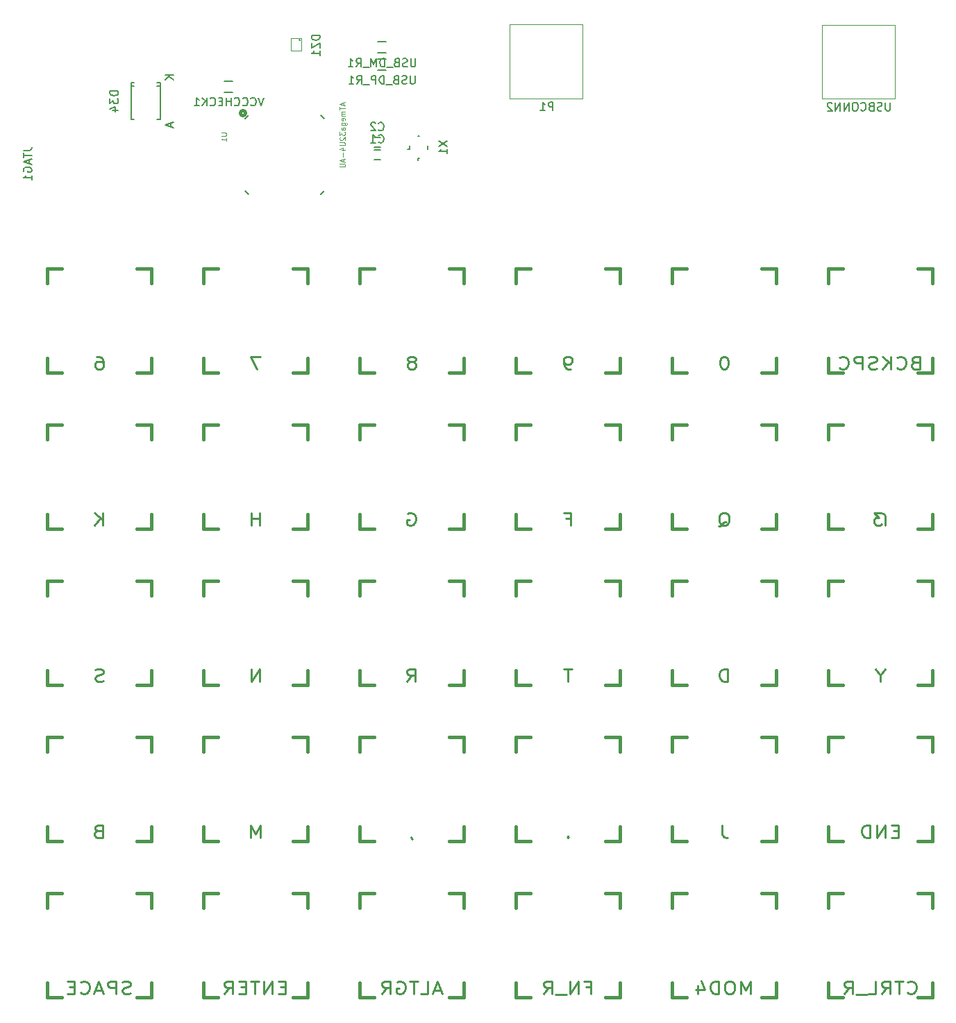
<source format=gbo>
G04 #@! TF.FileFunction,Legend,Bot*
%FSLAX46Y46*%
G04 Gerber Fmt 4.6, Leading zero omitted, Abs format (unit mm)*
G04 Created by KiCad (PCBNEW 4.0.3-stable) date 08/13/16 00:05:14*
%MOMM*%
%LPD*%
G01*
G04 APERTURE LIST*
%ADD10C,0.100000*%
%ADD11C,0.203200*%
%ADD12C,0.406400*%
%ADD13C,0.381000*%
%ADD14C,0.150000*%
%ADD15C,0.050000*%
%ADD16C,0.254000*%
G04 APERTURE END LIST*
D10*
D11*
X50089949Y-23502295D02*
X49689949Y-23902295D01*
X49689949Y-32702295D02*
X50089949Y-33102295D01*
X58889949Y-33102295D02*
X59289949Y-32702295D01*
X59289949Y-23902295D02*
X58889949Y-23502295D01*
D12*
X49727449Y-23222295D02*
G75*
G03X49727449Y-23222295I-317500J0D01*
G01*
D13*
X25499354Y-118368500D02*
X27277354Y-118368500D01*
X36421354Y-118368500D02*
X38199354Y-118368500D01*
X38199354Y-118368500D02*
X38199354Y-120146500D01*
X38199354Y-129290500D02*
X38199354Y-131068500D01*
X38199354Y-131068500D02*
X36421354Y-131068500D01*
X27277354Y-131068500D02*
X25499354Y-131068500D01*
X25499354Y-131068500D02*
X25499354Y-129290500D01*
X25499354Y-120146500D02*
X25499354Y-118368500D01*
X44549435Y-118368500D02*
X46327435Y-118368500D01*
X55471435Y-118368500D02*
X57249435Y-118368500D01*
X57249435Y-118368500D02*
X57249435Y-120146500D01*
X57249435Y-129290500D02*
X57249435Y-131068500D01*
X57249435Y-131068500D02*
X55471435Y-131068500D01*
X46327435Y-131068500D02*
X44549435Y-131068500D01*
X44549435Y-131068500D02*
X44549435Y-129290500D01*
X44549435Y-120146500D02*
X44549435Y-118368500D01*
X63599517Y-118368500D02*
X65377517Y-118368500D01*
X74521517Y-118368500D02*
X76299517Y-118368500D01*
X76299517Y-118368500D02*
X76299517Y-120146500D01*
X76299517Y-129290500D02*
X76299517Y-131068500D01*
X76299517Y-131068500D02*
X74521517Y-131068500D01*
X65377517Y-131068500D02*
X63599517Y-131068500D01*
X63599517Y-131068500D02*
X63599517Y-129290500D01*
X63599517Y-120146500D02*
X63599517Y-118368500D01*
X82649598Y-118368500D02*
X84427598Y-118368500D01*
X93571598Y-118368500D02*
X95349598Y-118368500D01*
X95349598Y-118368500D02*
X95349598Y-120146500D01*
X95349598Y-129290500D02*
X95349598Y-131068500D01*
X95349598Y-131068500D02*
X93571598Y-131068500D01*
X84427598Y-131068500D02*
X82649598Y-131068500D01*
X82649598Y-131068500D02*
X82649598Y-129290500D01*
X82649598Y-120146500D02*
X82649598Y-118368500D01*
X101699679Y-118368500D02*
X103477679Y-118368500D01*
X112621679Y-118368500D02*
X114399679Y-118368500D01*
X114399679Y-118368500D02*
X114399679Y-120146500D01*
X114399679Y-129290500D02*
X114399679Y-131068500D01*
X114399679Y-131068500D02*
X112621679Y-131068500D01*
X103477679Y-131068500D02*
X101699679Y-131068500D01*
X101699679Y-131068500D02*
X101699679Y-129290500D01*
X101699679Y-120146500D02*
X101699679Y-118368500D01*
X25499354Y-99318419D02*
X27277354Y-99318419D01*
X36421354Y-99318419D02*
X38199354Y-99318419D01*
X38199354Y-99318419D02*
X38199354Y-101096419D01*
X38199354Y-110240419D02*
X38199354Y-112018419D01*
X38199354Y-112018419D02*
X36421354Y-112018419D01*
X27277354Y-112018419D02*
X25499354Y-112018419D01*
X25499354Y-112018419D02*
X25499354Y-110240419D01*
X25499354Y-101096419D02*
X25499354Y-99318419D01*
X44549435Y-99318419D02*
X46327435Y-99318419D01*
X55471435Y-99318419D02*
X57249435Y-99318419D01*
X57249435Y-99318419D02*
X57249435Y-101096419D01*
X57249435Y-110240419D02*
X57249435Y-112018419D01*
X57249435Y-112018419D02*
X55471435Y-112018419D01*
X46327435Y-112018419D02*
X44549435Y-112018419D01*
X44549435Y-112018419D02*
X44549435Y-110240419D01*
X44549435Y-101096419D02*
X44549435Y-99318419D01*
X63599517Y-99318419D02*
X65377517Y-99318419D01*
X74521517Y-99318419D02*
X76299517Y-99318419D01*
X76299517Y-99318419D02*
X76299517Y-101096419D01*
X76299517Y-110240419D02*
X76299517Y-112018419D01*
X76299517Y-112018419D02*
X74521517Y-112018419D01*
X65377517Y-112018419D02*
X63599517Y-112018419D01*
X63599517Y-112018419D02*
X63599517Y-110240419D01*
X63599517Y-101096419D02*
X63599517Y-99318419D01*
X82649598Y-99318419D02*
X84427598Y-99318419D01*
X93571598Y-99318419D02*
X95349598Y-99318419D01*
X95349598Y-99318419D02*
X95349598Y-101096419D01*
X95349598Y-110240419D02*
X95349598Y-112018419D01*
X95349598Y-112018419D02*
X93571598Y-112018419D01*
X84427598Y-112018419D02*
X82649598Y-112018419D01*
X82649598Y-112018419D02*
X82649598Y-110240419D01*
X82649598Y-101096419D02*
X82649598Y-99318419D01*
X101699679Y-99318419D02*
X103477679Y-99318419D01*
X112621679Y-99318419D02*
X114399679Y-99318419D01*
X114399679Y-99318419D02*
X114399679Y-101096419D01*
X114399679Y-110240419D02*
X114399679Y-112018419D01*
X114399679Y-112018419D02*
X112621679Y-112018419D01*
X103477679Y-112018419D02*
X101699679Y-112018419D01*
X101699679Y-112018419D02*
X101699679Y-110240419D01*
X101699679Y-101096419D02*
X101699679Y-99318419D01*
X25499354Y-80268338D02*
X27277354Y-80268338D01*
X36421354Y-80268338D02*
X38199354Y-80268338D01*
X38199354Y-80268338D02*
X38199354Y-82046338D01*
X38199354Y-91190338D02*
X38199354Y-92968338D01*
X38199354Y-92968338D02*
X36421354Y-92968338D01*
X27277354Y-92968338D02*
X25499354Y-92968338D01*
X25499354Y-92968338D02*
X25499354Y-91190338D01*
X25499354Y-82046338D02*
X25499354Y-80268338D01*
X44549435Y-80268338D02*
X46327435Y-80268338D01*
X55471435Y-80268338D02*
X57249435Y-80268338D01*
X57249435Y-80268338D02*
X57249435Y-82046338D01*
X57249435Y-91190338D02*
X57249435Y-92968338D01*
X57249435Y-92968338D02*
X55471435Y-92968338D01*
X46327435Y-92968338D02*
X44549435Y-92968338D01*
X44549435Y-92968338D02*
X44549435Y-91190338D01*
X44549435Y-82046338D02*
X44549435Y-80268338D01*
X63599517Y-80268338D02*
X65377517Y-80268338D01*
X74521517Y-80268338D02*
X76299517Y-80268338D01*
X76299517Y-80268338D02*
X76299517Y-82046338D01*
X76299517Y-91190338D02*
X76299517Y-92968338D01*
X76299517Y-92968338D02*
X74521517Y-92968338D01*
X65377517Y-92968338D02*
X63599517Y-92968338D01*
X63599517Y-92968338D02*
X63599517Y-91190338D01*
X63599517Y-82046338D02*
X63599517Y-80268338D01*
X82649598Y-80268338D02*
X84427598Y-80268338D01*
X93571598Y-80268338D02*
X95349598Y-80268338D01*
X95349598Y-80268338D02*
X95349598Y-82046338D01*
X95349598Y-91190338D02*
X95349598Y-92968338D01*
X95349598Y-92968338D02*
X93571598Y-92968338D01*
X84427598Y-92968338D02*
X82649598Y-92968338D01*
X82649598Y-92968338D02*
X82649598Y-91190338D01*
X82649598Y-82046338D02*
X82649598Y-80268338D01*
X101699679Y-80268338D02*
X103477679Y-80268338D01*
X112621679Y-80268338D02*
X114399679Y-80268338D01*
X114399679Y-80268338D02*
X114399679Y-82046338D01*
X114399679Y-91190338D02*
X114399679Y-92968338D01*
X114399679Y-92968338D02*
X112621679Y-92968338D01*
X103477679Y-92968338D02*
X101699679Y-92968338D01*
X101699679Y-92968338D02*
X101699679Y-91190338D01*
X101699679Y-82046338D02*
X101699679Y-80268338D01*
X25499354Y-61218257D02*
X27277354Y-61218257D01*
X36421354Y-61218257D02*
X38199354Y-61218257D01*
X38199354Y-61218257D02*
X38199354Y-62996257D01*
X38199354Y-72140257D02*
X38199354Y-73918257D01*
X38199354Y-73918257D02*
X36421354Y-73918257D01*
X27277354Y-73918257D02*
X25499354Y-73918257D01*
X25499354Y-73918257D02*
X25499354Y-72140257D01*
X25499354Y-62996257D02*
X25499354Y-61218257D01*
X44549435Y-61218257D02*
X46327435Y-61218257D01*
X55471435Y-61218257D02*
X57249435Y-61218257D01*
X57249435Y-61218257D02*
X57249435Y-62996257D01*
X57249435Y-72140257D02*
X57249435Y-73918257D01*
X57249435Y-73918257D02*
X55471435Y-73918257D01*
X46327435Y-73918257D02*
X44549435Y-73918257D01*
X44549435Y-73918257D02*
X44549435Y-72140257D01*
X44549435Y-62996257D02*
X44549435Y-61218257D01*
X63599517Y-61218257D02*
X65377517Y-61218257D01*
X74521517Y-61218257D02*
X76299517Y-61218257D01*
X76299517Y-61218257D02*
X76299517Y-62996257D01*
X76299517Y-72140257D02*
X76299517Y-73918257D01*
X76299517Y-73918257D02*
X74521517Y-73918257D01*
X65377517Y-73918257D02*
X63599517Y-73918257D01*
X63599517Y-73918257D02*
X63599517Y-72140257D01*
X63599517Y-62996257D02*
X63599517Y-61218257D01*
X82649598Y-61218257D02*
X84427598Y-61218257D01*
X93571598Y-61218257D02*
X95349598Y-61218257D01*
X95349598Y-61218257D02*
X95349598Y-62996257D01*
X95349598Y-72140257D02*
X95349598Y-73918257D01*
X95349598Y-73918257D02*
X93571598Y-73918257D01*
X84427598Y-73918257D02*
X82649598Y-73918257D01*
X82649598Y-73918257D02*
X82649598Y-72140257D01*
X82649598Y-62996257D02*
X82649598Y-61218257D01*
X101699679Y-61218257D02*
X103477679Y-61218257D01*
X112621679Y-61218257D02*
X114399679Y-61218257D01*
X114399679Y-61218257D02*
X114399679Y-62996257D01*
X114399679Y-72140257D02*
X114399679Y-73918257D01*
X114399679Y-73918257D02*
X112621679Y-73918257D01*
X103477679Y-73918257D02*
X101699679Y-73918257D01*
X101699679Y-73918257D02*
X101699679Y-72140257D01*
X101699679Y-62996257D02*
X101699679Y-61218257D01*
X25499354Y-42168175D02*
X27277354Y-42168175D01*
X36421354Y-42168175D02*
X38199354Y-42168175D01*
X38199354Y-42168175D02*
X38199354Y-43946175D01*
X38199354Y-53090175D02*
X38199354Y-54868175D01*
X38199354Y-54868175D02*
X36421354Y-54868175D01*
X27277354Y-54868175D02*
X25499354Y-54868175D01*
X25499354Y-54868175D02*
X25499354Y-53090175D01*
X25499354Y-43946175D02*
X25499354Y-42168175D01*
X44549435Y-42168175D02*
X46327435Y-42168175D01*
X55471435Y-42168175D02*
X57249435Y-42168175D01*
X57249435Y-42168175D02*
X57249435Y-43946175D01*
X57249435Y-53090175D02*
X57249435Y-54868175D01*
X57249435Y-54868175D02*
X55471435Y-54868175D01*
X46327435Y-54868175D02*
X44549435Y-54868175D01*
X44549435Y-54868175D02*
X44549435Y-53090175D01*
X44549435Y-43946175D02*
X44549435Y-42168175D01*
X63599517Y-42168175D02*
X65377517Y-42168175D01*
X74521517Y-42168175D02*
X76299517Y-42168175D01*
X76299517Y-42168175D02*
X76299517Y-43946175D01*
X76299517Y-53090175D02*
X76299517Y-54868175D01*
X76299517Y-54868175D02*
X74521517Y-54868175D01*
X65377517Y-54868175D02*
X63599517Y-54868175D01*
X63599517Y-54868175D02*
X63599517Y-53090175D01*
X63599517Y-43946175D02*
X63599517Y-42168175D01*
X82649598Y-42168175D02*
X84427598Y-42168175D01*
X93571598Y-42168175D02*
X95349598Y-42168175D01*
X95349598Y-42168175D02*
X95349598Y-43946175D01*
X95349598Y-53090175D02*
X95349598Y-54868175D01*
X95349598Y-54868175D02*
X93571598Y-54868175D01*
X84427598Y-54868175D02*
X82649598Y-54868175D01*
X82649598Y-54868175D02*
X82649598Y-53090175D01*
X82649598Y-43946175D02*
X82649598Y-42168175D01*
X101699679Y-42168175D02*
X103477679Y-42168175D01*
X112621679Y-42168175D02*
X114399679Y-42168175D01*
X114399679Y-42168175D02*
X114399679Y-43946175D01*
X114399679Y-53090175D02*
X114399679Y-54868175D01*
X114399679Y-54868175D02*
X112621679Y-54868175D01*
X103477679Y-54868175D02*
X101699679Y-54868175D01*
X101699679Y-54868175D02*
X101699679Y-53090175D01*
X101699679Y-43946175D02*
X101699679Y-42168175D01*
X120749761Y-118368500D02*
X122527761Y-118368500D01*
X131671761Y-118368500D02*
X133449761Y-118368500D01*
X133449761Y-118368500D02*
X133449761Y-120146500D01*
X133449761Y-129290500D02*
X133449761Y-131068500D01*
X133449761Y-131068500D02*
X131671761Y-131068500D01*
X122527761Y-131068500D02*
X120749761Y-131068500D01*
X120749761Y-131068500D02*
X120749761Y-129290500D01*
X120749761Y-120146500D02*
X120749761Y-118368500D01*
X120749761Y-99318419D02*
X122527761Y-99318419D01*
X131671761Y-99318419D02*
X133449761Y-99318419D01*
X133449761Y-99318419D02*
X133449761Y-101096419D01*
X133449761Y-110240419D02*
X133449761Y-112018419D01*
X133449761Y-112018419D02*
X131671761Y-112018419D01*
X122527761Y-112018419D02*
X120749761Y-112018419D01*
X120749761Y-112018419D02*
X120749761Y-110240419D01*
X120749761Y-101096419D02*
X120749761Y-99318419D01*
X120749761Y-80268338D02*
X122527761Y-80268338D01*
X131671761Y-80268338D02*
X133449761Y-80268338D01*
X133449761Y-80268338D02*
X133449761Y-82046338D01*
X133449761Y-91190338D02*
X133449761Y-92968338D01*
X133449761Y-92968338D02*
X131671761Y-92968338D01*
X122527761Y-92968338D02*
X120749761Y-92968338D01*
X120749761Y-92968338D02*
X120749761Y-91190338D01*
X120749761Y-82046338D02*
X120749761Y-80268338D01*
X120749761Y-61218257D02*
X122527761Y-61218257D01*
X131671761Y-61218257D02*
X133449761Y-61218257D01*
X133449761Y-61218257D02*
X133449761Y-62996257D01*
X133449761Y-72140257D02*
X133449761Y-73918257D01*
X133449761Y-73918257D02*
X131671761Y-73918257D01*
X122527761Y-73918257D02*
X120749761Y-73918257D01*
X120749761Y-73918257D02*
X120749761Y-72140257D01*
X120749761Y-62996257D02*
X120749761Y-61218257D01*
X120749761Y-42168175D02*
X122527761Y-42168175D01*
X131671761Y-42168175D02*
X133449761Y-42168175D01*
X133449761Y-42168175D02*
X133449761Y-43946175D01*
X133449761Y-53090175D02*
X133449761Y-54868175D01*
X133449761Y-54868175D02*
X131671761Y-54868175D01*
X122527761Y-54868175D02*
X120749761Y-54868175D01*
X120749761Y-54868175D02*
X120749761Y-53090175D01*
X120749761Y-43946175D02*
X120749761Y-42168175D01*
D14*
X70734849Y-28760755D02*
X70734849Y-29010755D01*
X69734849Y-27610755D02*
X69434849Y-27610755D01*
X69734849Y-27210755D02*
X69734849Y-27610755D01*
X71934849Y-27610755D02*
X71934849Y-27210755D01*
X70734849Y-26060755D02*
X70934849Y-26060755D01*
X70734849Y-28760755D02*
X70934849Y-28760755D01*
D15*
X56431643Y-14309000D02*
G75*
G03X56431643Y-14309000I-111803J0D01*
G01*
X55219840Y-14109000D02*
X56519840Y-14109000D01*
X56519840Y-14109000D02*
X56519840Y-15609000D01*
X56519840Y-15609000D02*
X55219840Y-15609000D01*
X55219840Y-15609000D02*
X55219840Y-14109000D01*
X81945560Y-21420600D02*
X90845560Y-21420600D01*
X90845560Y-12420600D02*
X90845560Y-21420600D01*
X81945560Y-12420600D02*
X81945560Y-21420600D01*
X90845560Y-12420600D02*
X81945560Y-12420600D01*
X120010000Y-21446000D02*
X128910000Y-21446000D01*
X128910000Y-12446000D02*
X128910000Y-21446000D01*
X120010000Y-12446000D02*
X120010000Y-21446000D01*
X128910000Y-12446000D02*
X120010000Y-12446000D01*
D14*
X66132789Y-27702295D02*
X65432789Y-27702295D01*
X65432789Y-28902295D02*
X66132789Y-28902295D01*
X66132789Y-26216395D02*
X65432789Y-26216395D01*
X65432789Y-27416395D02*
X66132789Y-27416395D01*
X39300749Y-19965195D02*
X38950229Y-19965195D01*
X35800629Y-19965195D02*
X36151149Y-19965195D01*
X39300749Y-24014775D02*
X38950229Y-24014775D01*
X39300749Y-19513895D02*
X38950229Y-19513895D01*
X35800629Y-19513895D02*
X36151149Y-19513895D01*
X35800629Y-24014775D02*
X36151149Y-24014775D01*
X39300749Y-19513895D02*
X39300749Y-24014775D01*
X35800629Y-19513895D02*
X35800629Y-24014775D01*
X66877149Y-14551375D02*
X65877149Y-14551375D01*
X65877149Y-15901375D02*
X66877149Y-15901375D01*
X66877149Y-16631635D02*
X65877149Y-16631635D01*
X65877149Y-17981635D02*
X66877149Y-17981635D01*
X48154809Y-19306255D02*
X47154809Y-19306255D01*
X47154809Y-20656255D02*
X48154809Y-20656255D01*
D15*
X46748073Y-25630276D02*
X47266168Y-25630276D01*
X47327120Y-25660752D01*
X47357597Y-25691228D01*
X47388073Y-25752181D01*
X47388073Y-25874085D01*
X47357597Y-25935038D01*
X47327120Y-25965514D01*
X47266168Y-25995990D01*
X46748073Y-25995990D01*
X47388073Y-26635990D02*
X47388073Y-26270276D01*
X47388073Y-26453133D02*
X46748073Y-26453133D01*
X46839501Y-26392181D01*
X46900454Y-26331228D01*
X46930930Y-26270276D01*
X61675316Y-21957867D02*
X61675316Y-22262629D01*
X61858173Y-21896914D02*
X61218173Y-22110248D01*
X61858173Y-22323581D01*
X61218173Y-22445485D02*
X61218173Y-22811200D01*
X61858173Y-22628343D02*
X61218173Y-22628343D01*
X61858173Y-23024533D02*
X61431506Y-23024533D01*
X61492459Y-23024533D02*
X61461982Y-23055009D01*
X61431506Y-23115962D01*
X61431506Y-23207390D01*
X61461982Y-23268342D01*
X61522935Y-23298819D01*
X61858173Y-23298819D01*
X61522935Y-23298819D02*
X61461982Y-23329295D01*
X61431506Y-23390247D01*
X61431506Y-23481676D01*
X61461982Y-23542628D01*
X61522935Y-23573104D01*
X61858173Y-23573104D01*
X61827697Y-24121675D02*
X61858173Y-24060723D01*
X61858173Y-23938818D01*
X61827697Y-23877866D01*
X61766744Y-23847390D01*
X61522935Y-23847390D01*
X61461982Y-23877866D01*
X61431506Y-23938818D01*
X61431506Y-24060723D01*
X61461982Y-24121675D01*
X61522935Y-24152152D01*
X61583887Y-24152152D01*
X61644839Y-23847390D01*
X61431506Y-24700723D02*
X61949601Y-24700723D01*
X62010554Y-24670246D01*
X62041030Y-24639770D01*
X62071506Y-24578818D01*
X62071506Y-24487389D01*
X62041030Y-24426437D01*
X61827697Y-24700723D02*
X61858173Y-24639770D01*
X61858173Y-24517866D01*
X61827697Y-24456913D01*
X61797220Y-24426437D01*
X61736268Y-24395961D01*
X61553411Y-24395961D01*
X61492459Y-24426437D01*
X61461982Y-24456913D01*
X61431506Y-24517866D01*
X61431506Y-24639770D01*
X61461982Y-24700723D01*
X61858173Y-25279771D02*
X61522935Y-25279771D01*
X61461982Y-25249294D01*
X61431506Y-25188342D01*
X61431506Y-25066437D01*
X61461982Y-25005485D01*
X61827697Y-25279771D02*
X61858173Y-25218818D01*
X61858173Y-25066437D01*
X61827697Y-25005485D01*
X61766744Y-24975009D01*
X61705792Y-24975009D01*
X61644839Y-25005485D01*
X61614363Y-25066437D01*
X61614363Y-25218818D01*
X61583887Y-25279771D01*
X61218173Y-25523581D02*
X61218173Y-25919771D01*
X61461982Y-25706438D01*
X61461982Y-25797866D01*
X61492459Y-25858819D01*
X61522935Y-25889295D01*
X61583887Y-25919771D01*
X61736268Y-25919771D01*
X61797220Y-25889295D01*
X61827697Y-25858819D01*
X61858173Y-25797866D01*
X61858173Y-25615009D01*
X61827697Y-25554057D01*
X61797220Y-25523581D01*
X61279125Y-26163581D02*
X61248649Y-26194057D01*
X61218173Y-26255009D01*
X61218173Y-26407390D01*
X61248649Y-26468343D01*
X61279125Y-26498819D01*
X61340078Y-26529295D01*
X61401030Y-26529295D01*
X61492459Y-26498819D01*
X61858173Y-26133105D01*
X61858173Y-26529295D01*
X61218173Y-26803581D02*
X61736268Y-26803581D01*
X61797220Y-26834057D01*
X61827697Y-26864533D01*
X61858173Y-26925486D01*
X61858173Y-27047390D01*
X61827697Y-27108343D01*
X61797220Y-27138819D01*
X61736268Y-27169295D01*
X61218173Y-27169295D01*
X61431506Y-27748343D02*
X61858173Y-27748343D01*
X61187697Y-27595962D02*
X61644839Y-27443581D01*
X61644839Y-27839771D01*
X61614363Y-28083581D02*
X61614363Y-28571200D01*
X61675316Y-28845486D02*
X61675316Y-29150248D01*
X61858173Y-28784533D02*
X61218173Y-28997867D01*
X61858173Y-29211200D01*
X61218173Y-29424533D02*
X61736268Y-29424533D01*
X61797220Y-29455009D01*
X61827697Y-29485485D01*
X61858173Y-29546438D01*
X61858173Y-29668342D01*
X61827697Y-29729295D01*
X61797220Y-29759771D01*
X61736268Y-29790247D01*
X61218173Y-29790247D01*
D16*
X35706767Y-130577917D02*
X35452767Y-130650489D01*
X35029434Y-130650489D01*
X34860101Y-130577917D01*
X34775434Y-130505346D01*
X34690767Y-130360203D01*
X34690767Y-130215060D01*
X34775434Y-130069917D01*
X34860101Y-129997346D01*
X35029434Y-129924774D01*
X35368101Y-129852203D01*
X35537434Y-129779631D01*
X35622101Y-129707060D01*
X35706767Y-129561917D01*
X35706767Y-129416774D01*
X35622101Y-129271631D01*
X35537434Y-129199060D01*
X35368101Y-129126489D01*
X34944767Y-129126489D01*
X34690767Y-129199060D01*
X33928768Y-130650489D02*
X33928768Y-129126489D01*
X33251434Y-129126489D01*
X33082101Y-129199060D01*
X32997434Y-129271631D01*
X32912768Y-129416774D01*
X32912768Y-129634489D01*
X32997434Y-129779631D01*
X33082101Y-129852203D01*
X33251434Y-129924774D01*
X33928768Y-129924774D01*
X32235434Y-130215060D02*
X31388768Y-130215060D01*
X32404768Y-130650489D02*
X31812101Y-129126489D01*
X31219434Y-130650489D01*
X29610768Y-130505346D02*
X29695434Y-130577917D01*
X29949434Y-130650489D01*
X30118768Y-130650489D01*
X30372768Y-130577917D01*
X30542101Y-130432774D01*
X30626768Y-130287631D01*
X30711434Y-129997346D01*
X30711434Y-129779631D01*
X30626768Y-129489346D01*
X30542101Y-129344203D01*
X30372768Y-129199060D01*
X30118768Y-129126489D01*
X29949434Y-129126489D01*
X29695434Y-129199060D01*
X29610768Y-129271631D01*
X28848768Y-129852203D02*
X28256101Y-129852203D01*
X28002101Y-130650489D02*
X28848768Y-130650489D01*
X28848768Y-129126489D01*
X28002101Y-129126489D01*
X54587516Y-129852203D02*
X53994849Y-129852203D01*
X53740849Y-130650489D02*
X54587516Y-130650489D01*
X54587516Y-129126489D01*
X53740849Y-129126489D01*
X52978849Y-130650489D02*
X52978849Y-129126489D01*
X51962849Y-130650489D01*
X51962849Y-129126489D01*
X51370182Y-129126489D02*
X50354182Y-129126489D01*
X50862182Y-130650489D02*
X50862182Y-129126489D01*
X49761515Y-129852203D02*
X49168848Y-129852203D01*
X48914848Y-130650489D02*
X49761515Y-130650489D01*
X49761515Y-129126489D01*
X48914848Y-129126489D01*
X47136848Y-130650489D02*
X47729514Y-129924774D01*
X48152848Y-130650489D02*
X48152848Y-129126489D01*
X47475514Y-129126489D01*
X47306181Y-129199060D01*
X47221514Y-129271631D01*
X47136848Y-129416774D01*
X47136848Y-129634489D01*
X47221514Y-129779631D01*
X47306181Y-129852203D01*
X47475514Y-129924774D01*
X48152848Y-129924774D01*
X73552930Y-130215060D02*
X72706264Y-130215060D01*
X73722264Y-130650489D02*
X73129597Y-129126489D01*
X72536930Y-130650489D01*
X71097597Y-130650489D02*
X71944264Y-130650489D01*
X71944264Y-129126489D01*
X70758931Y-129126489D02*
X69742931Y-129126489D01*
X70250931Y-130650489D02*
X70250931Y-129126489D01*
X68218930Y-129199060D02*
X68388264Y-129126489D01*
X68642264Y-129126489D01*
X68896264Y-129199060D01*
X69065597Y-129344203D01*
X69150264Y-129489346D01*
X69234930Y-129779631D01*
X69234930Y-129997346D01*
X69150264Y-130287631D01*
X69065597Y-130432774D01*
X68896264Y-130577917D01*
X68642264Y-130650489D01*
X68472930Y-130650489D01*
X68218930Y-130577917D01*
X68134264Y-130505346D01*
X68134264Y-129997346D01*
X68472930Y-129997346D01*
X66356264Y-130650489D02*
X66948930Y-129924774D01*
X67372264Y-130650489D02*
X67372264Y-129126489D01*
X66694930Y-129126489D01*
X66525597Y-129199060D01*
X66440930Y-129271631D01*
X66356264Y-129416774D01*
X66356264Y-129634489D01*
X66440930Y-129779631D01*
X66525597Y-129852203D01*
X66694930Y-129924774D01*
X67372264Y-129924774D01*
X91248345Y-129852203D02*
X91841012Y-129852203D01*
X91841012Y-130650489D02*
X91841012Y-129126489D01*
X90994345Y-129126489D01*
X90317012Y-130650489D02*
X90317012Y-129126489D01*
X89301012Y-130650489D01*
X89301012Y-129126489D01*
X88877678Y-130795631D02*
X87523011Y-130795631D01*
X86083678Y-130650489D02*
X86676344Y-129924774D01*
X87099678Y-130650489D02*
X87099678Y-129126489D01*
X86422344Y-129126489D01*
X86253011Y-129199060D01*
X86168344Y-129271631D01*
X86083678Y-129416774D01*
X86083678Y-129634489D01*
X86168344Y-129779631D01*
X86253011Y-129852203D01*
X86422344Y-129924774D01*
X87099678Y-129924774D01*
X111314426Y-130650489D02*
X111314426Y-129126489D01*
X110721759Y-130215060D01*
X110129092Y-129126489D01*
X110129092Y-130650489D01*
X108943759Y-129126489D02*
X108605092Y-129126489D01*
X108435759Y-129199060D01*
X108266426Y-129344203D01*
X108181759Y-129634489D01*
X108181759Y-130142489D01*
X108266426Y-130432774D01*
X108435759Y-130577917D01*
X108605092Y-130650489D01*
X108943759Y-130650489D01*
X109113092Y-130577917D01*
X109282426Y-130432774D01*
X109367092Y-130142489D01*
X109367092Y-129634489D01*
X109282426Y-129344203D01*
X109113092Y-129199060D01*
X108943759Y-129126489D01*
X107419759Y-130650489D02*
X107419759Y-129126489D01*
X106996425Y-129126489D01*
X106742425Y-129199060D01*
X106573092Y-129344203D01*
X106488425Y-129489346D01*
X106403759Y-129779631D01*
X106403759Y-129997346D01*
X106488425Y-130287631D01*
X106573092Y-130432774D01*
X106742425Y-130577917D01*
X106996425Y-130650489D01*
X107419759Y-130650489D01*
X104879759Y-129634489D02*
X104879759Y-130650489D01*
X105303092Y-129053917D02*
X105726425Y-130142489D01*
X104625759Y-130142489D01*
X31727434Y-110802122D02*
X31473434Y-110874693D01*
X31388767Y-110947265D01*
X31304101Y-111092408D01*
X31304101Y-111310122D01*
X31388767Y-111455265D01*
X31473434Y-111527836D01*
X31642767Y-111600408D01*
X32320101Y-111600408D01*
X32320101Y-110076408D01*
X31727434Y-110076408D01*
X31558101Y-110148979D01*
X31473434Y-110221550D01*
X31388767Y-110366693D01*
X31388767Y-110511836D01*
X31473434Y-110656979D01*
X31558101Y-110729550D01*
X31727434Y-110802122D01*
X32320101Y-110802122D01*
X51497182Y-111600408D02*
X51497182Y-110076408D01*
X50904515Y-111164979D01*
X50311848Y-110076408D01*
X50311848Y-111600408D01*
X69869930Y-111527836D02*
X69869930Y-111600408D01*
X69954597Y-111745550D01*
X70039263Y-111818122D01*
X89004678Y-111455265D02*
X88920011Y-111527836D01*
X89004678Y-111600408D01*
X89089344Y-111527836D01*
X89004678Y-111455265D01*
X89004678Y-111600408D01*
X107800759Y-110076408D02*
X107800759Y-111164979D01*
X107885425Y-111382693D01*
X108054759Y-111527836D01*
X108308759Y-111600408D01*
X108478092Y-111600408D01*
X32362433Y-92477755D02*
X32108433Y-92550327D01*
X31685100Y-92550327D01*
X31515767Y-92477755D01*
X31431100Y-92405184D01*
X31346433Y-92260041D01*
X31346433Y-92114898D01*
X31431100Y-91969755D01*
X31515767Y-91897184D01*
X31685100Y-91824612D01*
X32023767Y-91752041D01*
X32193100Y-91679469D01*
X32277767Y-91606898D01*
X32362433Y-91461755D01*
X32362433Y-91316612D01*
X32277767Y-91171469D01*
X32193100Y-91098898D01*
X32023767Y-91026327D01*
X31600433Y-91026327D01*
X31346433Y-91098898D01*
X51412515Y-92550327D02*
X51412515Y-91026327D01*
X50396515Y-92550327D01*
X50396515Y-91026327D01*
X69404264Y-92550327D02*
X69996930Y-91824612D01*
X70420264Y-92550327D02*
X70420264Y-91026327D01*
X69742930Y-91026327D01*
X69573597Y-91098898D01*
X69488930Y-91171469D01*
X69404264Y-91316612D01*
X69404264Y-91534327D01*
X69488930Y-91679469D01*
X69573597Y-91752041D01*
X69742930Y-91824612D01*
X70420264Y-91824612D01*
X89512678Y-91026327D02*
X88496678Y-91026327D01*
X89004678Y-92550327D02*
X89004678Y-91026327D01*
X108520426Y-92550327D02*
X108520426Y-91026327D01*
X108097092Y-91026327D01*
X107843092Y-91098898D01*
X107673759Y-91244041D01*
X107589092Y-91389184D01*
X107504426Y-91679469D01*
X107504426Y-91897184D01*
X107589092Y-92187469D01*
X107673759Y-92332612D01*
X107843092Y-92477755D01*
X108097092Y-92550327D01*
X108520426Y-92550327D01*
X32320101Y-73500246D02*
X32320101Y-71976246D01*
X31304101Y-73500246D02*
X32066101Y-72629388D01*
X31304101Y-71976246D02*
X32320101Y-72847103D01*
X51412515Y-73500246D02*
X51412515Y-71976246D01*
X51412515Y-72701960D02*
X50396515Y-72701960D01*
X50396515Y-73500246D02*
X50396515Y-71976246D01*
X69488930Y-72048817D02*
X69658264Y-71976246D01*
X69912264Y-71976246D01*
X70166264Y-72048817D01*
X70335597Y-72193960D01*
X70420264Y-72339103D01*
X70504930Y-72629388D01*
X70504930Y-72847103D01*
X70420264Y-73137388D01*
X70335597Y-73282531D01*
X70166264Y-73427674D01*
X69912264Y-73500246D01*
X69742930Y-73500246D01*
X69488930Y-73427674D01*
X69404264Y-73355103D01*
X69404264Y-72847103D01*
X69742930Y-72847103D01*
X88750678Y-72701960D02*
X89343345Y-72701960D01*
X89343345Y-73500246D02*
X89343345Y-71976246D01*
X88496678Y-71976246D01*
X107377425Y-73645388D02*
X107546759Y-73572817D01*
X107716092Y-73427674D01*
X107970092Y-73209960D01*
X108139425Y-73137388D01*
X108308759Y-73137388D01*
X108224092Y-73500246D02*
X108393425Y-73427674D01*
X108562759Y-73282531D01*
X108647425Y-72992246D01*
X108647425Y-72484246D01*
X108562759Y-72193960D01*
X108393425Y-72048817D01*
X108224092Y-71976246D01*
X107885425Y-71976246D01*
X107716092Y-72048817D01*
X107546759Y-72193960D01*
X107462092Y-72484246D01*
X107462092Y-72992246D01*
X107546759Y-73282531D01*
X107716092Y-73427674D01*
X107885425Y-73500246D01*
X108224092Y-73500246D01*
X31515767Y-52926164D02*
X31854433Y-52926164D01*
X32023767Y-52998735D01*
X32108433Y-53071306D01*
X32277767Y-53289021D01*
X32362433Y-53579306D01*
X32362433Y-54159878D01*
X32277767Y-54305021D01*
X32193100Y-54377592D01*
X32023767Y-54450164D01*
X31685100Y-54450164D01*
X31515767Y-54377592D01*
X31431100Y-54305021D01*
X31346433Y-54159878D01*
X31346433Y-53797021D01*
X31431100Y-53651878D01*
X31515767Y-53579306D01*
X31685100Y-53506735D01*
X32023767Y-53506735D01*
X32193100Y-53579306D01*
X32277767Y-53651878D01*
X32362433Y-53797021D01*
X51497181Y-52926164D02*
X50311848Y-52926164D01*
X51073848Y-54450164D01*
X70123930Y-53579306D02*
X70293263Y-53506735D01*
X70377930Y-53434164D01*
X70462596Y-53289021D01*
X70462596Y-53216449D01*
X70377930Y-53071306D01*
X70293263Y-52998735D01*
X70123930Y-52926164D01*
X69785263Y-52926164D01*
X69615930Y-52998735D01*
X69531263Y-53071306D01*
X69446596Y-53216449D01*
X69446596Y-53289021D01*
X69531263Y-53434164D01*
X69615930Y-53506735D01*
X69785263Y-53579306D01*
X70123930Y-53579306D01*
X70293263Y-53651878D01*
X70377930Y-53724449D01*
X70462596Y-53869592D01*
X70462596Y-54159878D01*
X70377930Y-54305021D01*
X70293263Y-54377592D01*
X70123930Y-54450164D01*
X69785263Y-54450164D01*
X69615930Y-54377592D01*
X69531263Y-54305021D01*
X69446596Y-54159878D01*
X69446596Y-53869592D01*
X69531263Y-53724449D01*
X69615930Y-53651878D01*
X69785263Y-53579306D01*
X89343344Y-54450164D02*
X89004677Y-54450164D01*
X88835344Y-54377592D01*
X88750677Y-54305021D01*
X88581344Y-54087306D01*
X88496677Y-53797021D01*
X88496677Y-53216449D01*
X88581344Y-53071306D01*
X88666011Y-52998735D01*
X88835344Y-52926164D01*
X89174011Y-52926164D01*
X89343344Y-52998735D01*
X89428011Y-53071306D01*
X89512677Y-53216449D01*
X89512677Y-53579306D01*
X89428011Y-53724449D01*
X89343344Y-53797021D01*
X89174011Y-53869592D01*
X88835344Y-53869592D01*
X88666011Y-53797021D01*
X88581344Y-53724449D01*
X88496677Y-53579306D01*
X108139425Y-52926164D02*
X107970092Y-52926164D01*
X107800758Y-52998735D01*
X107716092Y-53071306D01*
X107631425Y-53216449D01*
X107546758Y-53506735D01*
X107546758Y-53869592D01*
X107631425Y-54159878D01*
X107716092Y-54305021D01*
X107800758Y-54377592D01*
X107970092Y-54450164D01*
X108139425Y-54450164D01*
X108308758Y-54377592D01*
X108393425Y-54305021D01*
X108478092Y-54159878D01*
X108562758Y-53869592D01*
X108562758Y-53506735D01*
X108478092Y-53216449D01*
X108393425Y-53071306D01*
X108308758Y-52998735D01*
X108139425Y-52926164D01*
X130406841Y-130505346D02*
X130491507Y-130577917D01*
X130745507Y-130650489D01*
X130914841Y-130650489D01*
X131168841Y-130577917D01*
X131338174Y-130432774D01*
X131422841Y-130287631D01*
X131507507Y-129997346D01*
X131507507Y-129779631D01*
X131422841Y-129489346D01*
X131338174Y-129344203D01*
X131168841Y-129199060D01*
X130914841Y-129126489D01*
X130745507Y-129126489D01*
X130491507Y-129199060D01*
X130406841Y-129271631D01*
X129898841Y-129126489D02*
X128882841Y-129126489D01*
X129390841Y-130650489D02*
X129390841Y-129126489D01*
X127274174Y-130650489D02*
X127866840Y-129924774D01*
X128290174Y-130650489D02*
X128290174Y-129126489D01*
X127612840Y-129126489D01*
X127443507Y-129199060D01*
X127358840Y-129271631D01*
X127274174Y-129416774D01*
X127274174Y-129634489D01*
X127358840Y-129779631D01*
X127443507Y-129852203D01*
X127612840Y-129924774D01*
X128290174Y-129924774D01*
X125665507Y-130650489D02*
X126512174Y-130650489D01*
X126512174Y-129126489D01*
X125496174Y-130795631D02*
X124141507Y-130795631D01*
X122702174Y-130650489D02*
X123294840Y-129924774D01*
X123718174Y-130650489D02*
X123718174Y-129126489D01*
X123040840Y-129126489D01*
X122871507Y-129199060D01*
X122786840Y-129271631D01*
X122702174Y-129416774D01*
X122702174Y-129634489D01*
X122786840Y-129779631D01*
X122871507Y-129852203D01*
X123040840Y-129924774D01*
X123718174Y-129924774D01*
X129306175Y-110802122D02*
X128713508Y-110802122D01*
X128459508Y-111600408D02*
X129306175Y-111600408D01*
X129306175Y-110076408D01*
X128459508Y-110076408D01*
X127697508Y-111600408D02*
X127697508Y-110076408D01*
X126681508Y-111600408D01*
X126681508Y-110076408D01*
X125834841Y-111600408D02*
X125834841Y-110076408D01*
X125411507Y-110076408D01*
X125157507Y-110148979D01*
X124988174Y-110294122D01*
X124903507Y-110439265D01*
X124818841Y-110729550D01*
X124818841Y-110947265D01*
X124903507Y-111237550D01*
X124988174Y-111382693D01*
X125157507Y-111527836D01*
X125411507Y-111600408D01*
X125834841Y-111600408D01*
X127104841Y-91824612D02*
X127104841Y-92550327D01*
X127697508Y-91026327D02*
X127104841Y-91824612D01*
X126512174Y-91026327D01*
X127739841Y-73500246D02*
X127739841Y-72411674D01*
X127655174Y-72193960D01*
X127485841Y-72048817D01*
X127231841Y-71976246D01*
X126385174Y-71976246D01*
X126977841Y-72556817D01*
X126723841Y-72556817D01*
X126554507Y-72629388D01*
X126469841Y-72701960D01*
X126385174Y-72847103D01*
X126385174Y-73209960D01*
X126469841Y-73355103D01*
X126554507Y-73427674D01*
X126723841Y-73500246D01*
X127062507Y-73500246D01*
X127231841Y-73427674D01*
X127316507Y-73355103D01*
X131380507Y-53651878D02*
X131126507Y-53724449D01*
X131041840Y-53797021D01*
X130957174Y-53942164D01*
X130957174Y-54159878D01*
X131041840Y-54305021D01*
X131126507Y-54377592D01*
X131295840Y-54450164D01*
X131973174Y-54450164D01*
X131973174Y-52926164D01*
X131380507Y-52926164D01*
X131211174Y-52998735D01*
X131126507Y-53071306D01*
X131041840Y-53216449D01*
X131041840Y-53361592D01*
X131126507Y-53506735D01*
X131211174Y-53579306D01*
X131380507Y-53651878D01*
X131973174Y-53651878D01*
X129179174Y-54305021D02*
X129263840Y-54377592D01*
X129517840Y-54450164D01*
X129687174Y-54450164D01*
X129941174Y-54377592D01*
X130110507Y-54232449D01*
X130195174Y-54087306D01*
X130279840Y-53797021D01*
X130279840Y-53579306D01*
X130195174Y-53289021D01*
X130110507Y-53143878D01*
X129941174Y-52998735D01*
X129687174Y-52926164D01*
X129517840Y-52926164D01*
X129263840Y-52998735D01*
X129179174Y-53071306D01*
X128417174Y-54450164D02*
X128417174Y-52926164D01*
X127401174Y-54450164D02*
X128163174Y-53579306D01*
X127401174Y-52926164D02*
X128417174Y-53797021D01*
X126723840Y-54377592D02*
X126469840Y-54450164D01*
X126046507Y-54450164D01*
X125877174Y-54377592D01*
X125792507Y-54305021D01*
X125707840Y-54159878D01*
X125707840Y-54014735D01*
X125792507Y-53869592D01*
X125877174Y-53797021D01*
X126046507Y-53724449D01*
X126385174Y-53651878D01*
X126554507Y-53579306D01*
X126639174Y-53506735D01*
X126723840Y-53361592D01*
X126723840Y-53216449D01*
X126639174Y-53071306D01*
X126554507Y-52998735D01*
X126385174Y-52926164D01*
X125961840Y-52926164D01*
X125707840Y-52998735D01*
X124945841Y-54450164D02*
X124945841Y-52926164D01*
X124268507Y-52926164D01*
X124099174Y-52998735D01*
X124014507Y-53071306D01*
X123929841Y-53216449D01*
X123929841Y-53434164D01*
X124014507Y-53579306D01*
X124099174Y-53651878D01*
X124268507Y-53724449D01*
X124945841Y-53724449D01*
X122151841Y-54305021D02*
X122236507Y-54377592D01*
X122490507Y-54450164D01*
X122659841Y-54450164D01*
X122913841Y-54377592D01*
X123083174Y-54232449D01*
X123167841Y-54087306D01*
X123252507Y-53797021D01*
X123252507Y-53579306D01*
X123167841Y-53289021D01*
X123083174Y-53143878D01*
X122913841Y-52998735D01*
X122659841Y-52926164D01*
X122490507Y-52926164D01*
X122236507Y-52998735D01*
X122151841Y-53071306D01*
D14*
X73287230Y-26601231D02*
X74287230Y-27267898D01*
X73287230Y-27267898D02*
X74287230Y-26601231D01*
X74287230Y-28172660D02*
X74287230Y-27601231D01*
X74287230Y-27886945D02*
X73287230Y-27886945D01*
X73430087Y-27791707D01*
X73525325Y-27696469D01*
X73572944Y-27601231D01*
X22630490Y-27766098D02*
X23344776Y-27766098D01*
X23487633Y-27718478D01*
X23582871Y-27623240D01*
X23630490Y-27480383D01*
X23630490Y-27385145D01*
X22630490Y-28099431D02*
X22630490Y-28670860D01*
X23630490Y-28385145D02*
X22630490Y-28385145D01*
X23344776Y-28956574D02*
X23344776Y-29432765D01*
X23630490Y-28861336D02*
X22630490Y-29194669D01*
X23630490Y-29528003D01*
X22678109Y-30385146D02*
X22630490Y-30289908D01*
X22630490Y-30147051D01*
X22678109Y-30004193D01*
X22773347Y-29908955D01*
X22868585Y-29861336D01*
X23059061Y-29813717D01*
X23201919Y-29813717D01*
X23392395Y-29861336D01*
X23487633Y-29908955D01*
X23582871Y-30004193D01*
X23630490Y-30147051D01*
X23630490Y-30242289D01*
X23582871Y-30385146D01*
X23535252Y-30432765D01*
X23201919Y-30432765D01*
X23201919Y-30242289D01*
X23630490Y-31385146D02*
X23630490Y-30813717D01*
X23630490Y-31099431D02*
X22630490Y-31099431D01*
X22773347Y-31004193D01*
X22868585Y-30908955D01*
X22916204Y-30813717D01*
X58772221Y-13744714D02*
X57772221Y-13744714D01*
X57772221Y-13982809D01*
X57819840Y-14125667D01*
X57915078Y-14220905D01*
X58010316Y-14268524D01*
X58200792Y-14316143D01*
X58343650Y-14316143D01*
X58534126Y-14268524D01*
X58629364Y-14220905D01*
X58724602Y-14125667D01*
X58772221Y-13982809D01*
X58772221Y-13744714D01*
X57772221Y-14649476D02*
X57772221Y-15316143D01*
X58772221Y-14649476D01*
X58772221Y-15316143D01*
X58772221Y-16220905D02*
X58772221Y-15649476D01*
X58772221Y-15935190D02*
X57772221Y-15935190D01*
X57915078Y-15839952D01*
X58010316Y-15744714D01*
X58057935Y-15649476D01*
X87203655Y-22912981D02*
X87203655Y-21912981D01*
X86822702Y-21912981D01*
X86727464Y-21960600D01*
X86679845Y-22008219D01*
X86632226Y-22103457D01*
X86632226Y-22246314D01*
X86679845Y-22341552D01*
X86727464Y-22389171D01*
X86822702Y-22436790D01*
X87203655Y-22436790D01*
X85679845Y-22912981D02*
X86251274Y-22912981D01*
X85965560Y-22912981D02*
X85965560Y-21912981D01*
X86060798Y-22055838D01*
X86156036Y-22151076D01*
X86251274Y-22198695D01*
X128339524Y-21938381D02*
X128339524Y-22747905D01*
X128291905Y-22843143D01*
X128244286Y-22890762D01*
X128149048Y-22938381D01*
X127958571Y-22938381D01*
X127863333Y-22890762D01*
X127815714Y-22843143D01*
X127768095Y-22747905D01*
X127768095Y-21938381D01*
X127339524Y-22890762D02*
X127196667Y-22938381D01*
X126958571Y-22938381D01*
X126863333Y-22890762D01*
X126815714Y-22843143D01*
X126768095Y-22747905D01*
X126768095Y-22652667D01*
X126815714Y-22557429D01*
X126863333Y-22509810D01*
X126958571Y-22462190D01*
X127149048Y-22414571D01*
X127244286Y-22366952D01*
X127291905Y-22319333D01*
X127339524Y-22224095D01*
X127339524Y-22128857D01*
X127291905Y-22033619D01*
X127244286Y-21986000D01*
X127149048Y-21938381D01*
X126910952Y-21938381D01*
X126768095Y-21986000D01*
X126006190Y-22414571D02*
X125863333Y-22462190D01*
X125815714Y-22509810D01*
X125768095Y-22605048D01*
X125768095Y-22747905D01*
X125815714Y-22843143D01*
X125863333Y-22890762D01*
X125958571Y-22938381D01*
X126339524Y-22938381D01*
X126339524Y-21938381D01*
X126006190Y-21938381D01*
X125910952Y-21986000D01*
X125863333Y-22033619D01*
X125815714Y-22128857D01*
X125815714Y-22224095D01*
X125863333Y-22319333D01*
X125910952Y-22366952D01*
X126006190Y-22414571D01*
X126339524Y-22414571D01*
X124768095Y-22843143D02*
X124815714Y-22890762D01*
X124958571Y-22938381D01*
X125053809Y-22938381D01*
X125196667Y-22890762D01*
X125291905Y-22795524D01*
X125339524Y-22700286D01*
X125387143Y-22509810D01*
X125387143Y-22366952D01*
X125339524Y-22176476D01*
X125291905Y-22081238D01*
X125196667Y-21986000D01*
X125053809Y-21938381D01*
X124958571Y-21938381D01*
X124815714Y-21986000D01*
X124768095Y-22033619D01*
X124149048Y-21938381D02*
X123958571Y-21938381D01*
X123863333Y-21986000D01*
X123768095Y-22081238D01*
X123720476Y-22271714D01*
X123720476Y-22605048D01*
X123768095Y-22795524D01*
X123863333Y-22890762D01*
X123958571Y-22938381D01*
X124149048Y-22938381D01*
X124244286Y-22890762D01*
X124339524Y-22795524D01*
X124387143Y-22605048D01*
X124387143Y-22271714D01*
X124339524Y-22081238D01*
X124244286Y-21986000D01*
X124149048Y-21938381D01*
X123291905Y-22938381D02*
X123291905Y-21938381D01*
X122720476Y-22938381D01*
X122720476Y-21938381D01*
X122244286Y-22938381D02*
X122244286Y-21938381D01*
X121672857Y-22938381D01*
X121672857Y-21938381D01*
X121244286Y-22033619D02*
X121196667Y-21986000D01*
X121101429Y-21938381D01*
X120863333Y-21938381D01*
X120768095Y-21986000D01*
X120720476Y-22033619D01*
X120672857Y-22128857D01*
X120672857Y-22224095D01*
X120720476Y-22366952D01*
X121291905Y-22938381D01*
X120672857Y-22938381D01*
X65949455Y-26759438D02*
X65997074Y-26807057D01*
X66139931Y-26854676D01*
X66235169Y-26854676D01*
X66378027Y-26807057D01*
X66473265Y-26711819D01*
X66520884Y-26616581D01*
X66568503Y-26426105D01*
X66568503Y-26283247D01*
X66520884Y-26092771D01*
X66473265Y-25997533D01*
X66378027Y-25902295D01*
X66235169Y-25854676D01*
X66139931Y-25854676D01*
X65997074Y-25902295D01*
X65949455Y-25949914D01*
X64997074Y-26854676D02*
X65568503Y-26854676D01*
X65282789Y-26854676D02*
X65282789Y-25854676D01*
X65378027Y-25997533D01*
X65473265Y-26092771D01*
X65568503Y-26140390D01*
X65949455Y-25273538D02*
X65997074Y-25321157D01*
X66139931Y-25368776D01*
X66235169Y-25368776D01*
X66378027Y-25321157D01*
X66473265Y-25225919D01*
X66520884Y-25130681D01*
X66568503Y-24940205D01*
X66568503Y-24797347D01*
X66520884Y-24606871D01*
X66473265Y-24511633D01*
X66378027Y-24416395D01*
X66235169Y-24368776D01*
X66139931Y-24368776D01*
X65997074Y-24416395D01*
X65949455Y-24464014D01*
X65568503Y-24464014D02*
X65520884Y-24416395D01*
X65425646Y-24368776D01*
X65187550Y-24368776D01*
X65092312Y-24416395D01*
X65044693Y-24464014D01*
X64997074Y-24559252D01*
X64997074Y-24654490D01*
X65044693Y-24797347D01*
X65616122Y-25368776D01*
X64997074Y-25368776D01*
X34193070Y-20550049D02*
X33193070Y-20550049D01*
X33193070Y-20788144D01*
X33240689Y-20931002D01*
X33335927Y-21026240D01*
X33431165Y-21073859D01*
X33621641Y-21121478D01*
X33764499Y-21121478D01*
X33954975Y-21073859D01*
X34050213Y-21026240D01*
X34145451Y-20931002D01*
X34193070Y-20788144D01*
X34193070Y-20550049D01*
X33193070Y-21454811D02*
X33193070Y-22073859D01*
X33574022Y-21740525D01*
X33574022Y-21883383D01*
X33621641Y-21978621D01*
X33669260Y-22026240D01*
X33764499Y-22073859D01*
X34002594Y-22073859D01*
X34097832Y-22026240D01*
X34145451Y-21978621D01*
X34193070Y-21883383D01*
X34193070Y-21597668D01*
X34145451Y-21502430D01*
X34097832Y-21454811D01*
X33526403Y-22931002D02*
X34193070Y-22931002D01*
X33145451Y-22692906D02*
X33859737Y-22454811D01*
X33859737Y-23073859D01*
X40953070Y-18602430D02*
X39953070Y-18602430D01*
X40953070Y-19173859D02*
X40381641Y-18745287D01*
X39953070Y-19173859D02*
X40524499Y-18602430D01*
X40617356Y-24426240D02*
X40617356Y-24902431D01*
X40903070Y-24331002D02*
X39903070Y-24664335D01*
X40903070Y-24997669D01*
X70448578Y-16578756D02*
X70448578Y-17388280D01*
X70400959Y-17483518D01*
X70353340Y-17531137D01*
X70258102Y-17578756D01*
X70067625Y-17578756D01*
X69972387Y-17531137D01*
X69924768Y-17483518D01*
X69877149Y-17388280D01*
X69877149Y-16578756D01*
X69448578Y-17531137D02*
X69305721Y-17578756D01*
X69067625Y-17578756D01*
X68972387Y-17531137D01*
X68924768Y-17483518D01*
X68877149Y-17388280D01*
X68877149Y-17293042D01*
X68924768Y-17197804D01*
X68972387Y-17150185D01*
X69067625Y-17102565D01*
X69258102Y-17054946D01*
X69353340Y-17007327D01*
X69400959Y-16959708D01*
X69448578Y-16864470D01*
X69448578Y-16769232D01*
X69400959Y-16673994D01*
X69353340Y-16626375D01*
X69258102Y-16578756D01*
X69020006Y-16578756D01*
X68877149Y-16626375D01*
X68115244Y-17054946D02*
X67972387Y-17102565D01*
X67924768Y-17150185D01*
X67877149Y-17245423D01*
X67877149Y-17388280D01*
X67924768Y-17483518D01*
X67972387Y-17531137D01*
X68067625Y-17578756D01*
X68448578Y-17578756D01*
X68448578Y-16578756D01*
X68115244Y-16578756D01*
X68020006Y-16626375D01*
X67972387Y-16673994D01*
X67924768Y-16769232D01*
X67924768Y-16864470D01*
X67972387Y-16959708D01*
X68020006Y-17007327D01*
X68115244Y-17054946D01*
X68448578Y-17054946D01*
X67686673Y-17673994D02*
X66924768Y-17673994D01*
X66686673Y-17578756D02*
X66686673Y-16578756D01*
X66448578Y-16578756D01*
X66305720Y-16626375D01*
X66210482Y-16721613D01*
X66162863Y-16816851D01*
X66115244Y-17007327D01*
X66115244Y-17150185D01*
X66162863Y-17340661D01*
X66210482Y-17435899D01*
X66305720Y-17531137D01*
X66448578Y-17578756D01*
X66686673Y-17578756D01*
X65686673Y-17578756D02*
X65686673Y-16578756D01*
X65353339Y-17293042D01*
X65020006Y-16578756D01*
X65020006Y-17578756D01*
X64781911Y-17673994D02*
X64020006Y-17673994D01*
X63210482Y-17578756D02*
X63543816Y-17102565D01*
X63781911Y-17578756D02*
X63781911Y-16578756D01*
X63400958Y-16578756D01*
X63305720Y-16626375D01*
X63258101Y-16673994D01*
X63210482Y-16769232D01*
X63210482Y-16912089D01*
X63258101Y-17007327D01*
X63305720Y-17054946D01*
X63400958Y-17102565D01*
X63781911Y-17102565D01*
X62258101Y-17578756D02*
X62829530Y-17578756D01*
X62543816Y-17578756D02*
X62543816Y-16578756D01*
X62639054Y-16721613D01*
X62734292Y-16816851D01*
X62829530Y-16864470D01*
X70377149Y-18659016D02*
X70377149Y-19468540D01*
X70329530Y-19563778D01*
X70281911Y-19611397D01*
X70186673Y-19659016D01*
X69996196Y-19659016D01*
X69900958Y-19611397D01*
X69853339Y-19563778D01*
X69805720Y-19468540D01*
X69805720Y-18659016D01*
X69377149Y-19611397D02*
X69234292Y-19659016D01*
X68996196Y-19659016D01*
X68900958Y-19611397D01*
X68853339Y-19563778D01*
X68805720Y-19468540D01*
X68805720Y-19373302D01*
X68853339Y-19278064D01*
X68900958Y-19230445D01*
X68996196Y-19182825D01*
X69186673Y-19135206D01*
X69281911Y-19087587D01*
X69329530Y-19039968D01*
X69377149Y-18944730D01*
X69377149Y-18849492D01*
X69329530Y-18754254D01*
X69281911Y-18706635D01*
X69186673Y-18659016D01*
X68948577Y-18659016D01*
X68805720Y-18706635D01*
X68043815Y-19135206D02*
X67900958Y-19182825D01*
X67853339Y-19230445D01*
X67805720Y-19325683D01*
X67805720Y-19468540D01*
X67853339Y-19563778D01*
X67900958Y-19611397D01*
X67996196Y-19659016D01*
X68377149Y-19659016D01*
X68377149Y-18659016D01*
X68043815Y-18659016D01*
X67948577Y-18706635D01*
X67900958Y-18754254D01*
X67853339Y-18849492D01*
X67853339Y-18944730D01*
X67900958Y-19039968D01*
X67948577Y-19087587D01*
X68043815Y-19135206D01*
X68377149Y-19135206D01*
X67615244Y-19754254D02*
X66853339Y-19754254D01*
X66615244Y-19659016D02*
X66615244Y-18659016D01*
X66377149Y-18659016D01*
X66234291Y-18706635D01*
X66139053Y-18801873D01*
X66091434Y-18897111D01*
X66043815Y-19087587D01*
X66043815Y-19230445D01*
X66091434Y-19420921D01*
X66139053Y-19516159D01*
X66234291Y-19611397D01*
X66377149Y-19659016D01*
X66615244Y-19659016D01*
X65615244Y-19659016D02*
X65615244Y-18659016D01*
X65234291Y-18659016D01*
X65139053Y-18706635D01*
X65091434Y-18754254D01*
X65043815Y-18849492D01*
X65043815Y-18992349D01*
X65091434Y-19087587D01*
X65139053Y-19135206D01*
X65234291Y-19182825D01*
X65615244Y-19182825D01*
X64853339Y-19754254D02*
X64091434Y-19754254D01*
X63281910Y-19659016D02*
X63615244Y-19182825D01*
X63853339Y-19659016D02*
X63853339Y-18659016D01*
X63472386Y-18659016D01*
X63377148Y-18706635D01*
X63329529Y-18754254D01*
X63281910Y-18849492D01*
X63281910Y-18992349D01*
X63329529Y-19087587D01*
X63377148Y-19135206D01*
X63472386Y-19182825D01*
X63853339Y-19182825D01*
X62329529Y-19659016D02*
X62900958Y-19659016D01*
X62615244Y-19659016D02*
X62615244Y-18659016D01*
X62710482Y-18801873D01*
X62805720Y-18897111D01*
X62900958Y-18944730D01*
X51940523Y-21333636D02*
X51607190Y-22333636D01*
X51273856Y-21333636D01*
X50369094Y-22238398D02*
X50416713Y-22286017D01*
X50559570Y-22333636D01*
X50654808Y-22333636D01*
X50797666Y-22286017D01*
X50892904Y-22190779D01*
X50940523Y-22095541D01*
X50988142Y-21905065D01*
X50988142Y-21762207D01*
X50940523Y-21571731D01*
X50892904Y-21476493D01*
X50797666Y-21381255D01*
X50654808Y-21333636D01*
X50559570Y-21333636D01*
X50416713Y-21381255D01*
X50369094Y-21428874D01*
X49369094Y-22238398D02*
X49416713Y-22286017D01*
X49559570Y-22333636D01*
X49654808Y-22333636D01*
X49797666Y-22286017D01*
X49892904Y-22190779D01*
X49940523Y-22095541D01*
X49988142Y-21905065D01*
X49988142Y-21762207D01*
X49940523Y-21571731D01*
X49892904Y-21476493D01*
X49797666Y-21381255D01*
X49654808Y-21333636D01*
X49559570Y-21333636D01*
X49416713Y-21381255D01*
X49369094Y-21428874D01*
X48369094Y-22238398D02*
X48416713Y-22286017D01*
X48559570Y-22333636D01*
X48654808Y-22333636D01*
X48797666Y-22286017D01*
X48892904Y-22190779D01*
X48940523Y-22095541D01*
X48988142Y-21905065D01*
X48988142Y-21762207D01*
X48940523Y-21571731D01*
X48892904Y-21476493D01*
X48797666Y-21381255D01*
X48654808Y-21333636D01*
X48559570Y-21333636D01*
X48416713Y-21381255D01*
X48369094Y-21428874D01*
X47940523Y-22333636D02*
X47940523Y-21333636D01*
X47940523Y-21809826D02*
X47369094Y-21809826D01*
X47369094Y-22333636D02*
X47369094Y-21333636D01*
X46892904Y-21809826D02*
X46559570Y-21809826D01*
X46416713Y-22333636D02*
X46892904Y-22333636D01*
X46892904Y-21333636D01*
X46416713Y-21333636D01*
X45416713Y-22238398D02*
X45464332Y-22286017D01*
X45607189Y-22333636D01*
X45702427Y-22333636D01*
X45845285Y-22286017D01*
X45940523Y-22190779D01*
X45988142Y-22095541D01*
X46035761Y-21905065D01*
X46035761Y-21762207D01*
X45988142Y-21571731D01*
X45940523Y-21476493D01*
X45845285Y-21381255D01*
X45702427Y-21333636D01*
X45607189Y-21333636D01*
X45464332Y-21381255D01*
X45416713Y-21428874D01*
X44988142Y-22333636D02*
X44988142Y-21333636D01*
X44416713Y-22333636D02*
X44845285Y-21762207D01*
X44416713Y-21333636D02*
X44988142Y-21905065D01*
X43464332Y-22333636D02*
X44035761Y-22333636D01*
X43750047Y-22333636D02*
X43750047Y-21333636D01*
X43845285Y-21476493D01*
X43940523Y-21571731D01*
X44035761Y-21619350D01*
M02*

</source>
